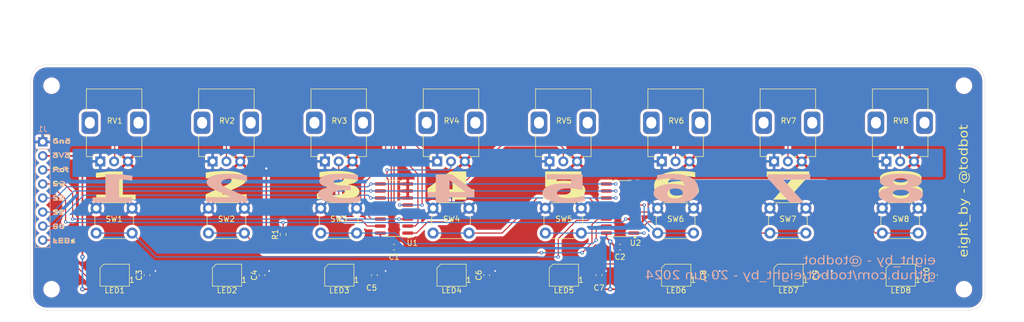
<source format=kicad_pcb>
(kicad_pcb (version 20240108) (generator "pcbnew") (generator_version "8.0")
  (layers (0 "F.Cu" signal) (31 "B.Cu" signal) (34 "B.Paste" user) (35 "F.Paste" user) (36 "B.SilkS" user "B.Silkscreen") (37 "F.SilkS" user "F.Silkscreen") (38 "B.Mask" user) (39 "F.Mask" user) (44 "Edge.Cuts" user))
  (net 0 "")
  (net 1 "/POT1")
  (net 2 "+3V3")
  (net 3 "GND")
  (net 4 "/SW1")
  (net 5 "/POT2")
  (net 6 "/POT3")
  (net 7 "/POT4")
  (net 8 "/POT5")
  (net 9 "/POT6")
  (net 10 "/POT7")
  (net 11 "/POT8")
  (net 12 "/SW2")
  (net 13 "/SW3")
  (net 14 "/SW4")
  (net 15 "/SW5")
  (net 16 "/SW6")
  (net 17 "/SW7")
  (net 18 "/SW8")
  (net 19 "/POT")
  (net 20 "/S0")
  (net 21 "/S1")
  (net 22 "/S2")
  (net 23 "/SW")
  (net 24 "/NEOPIXEL")
  (net 25 "Net-(LED1-DOUT)")
  (net 26 "Net-(LED2-DOUT)")
  (net 27 "Net-(LED3-DOUT)")
  (net 28 "Net-(LED4-DOUT)")
  (net 29 "Net-(LED5-DOUT)")
  (net 30 "Net-(LED6-DOUT)")
  (net 31 "Net-(LED7-DOUT)")
  (footprint "Button_Switch_THT:SW_PUSH_6mm_H7.3mm" (layer "F.Cu") (at 37.2825 51.38)
    (property "Reference" "SW1")
    (property "Value" "SW_Push_45deg")
  )
  (footprint "Capacitor_SMD:C_0603_1608Metric" (layer "F.Cu") (at 188.976 63.5 90)
    (property "Reference" "C10")
    (property "Value" "100n")
  )
  (footprint "Capacitor_SMD:C_0603_1608Metric" (layer "F.Cu") (at 128.27 63.5 90)
    (property "Reference" "C7")
    (property "Value" "100n")
  )
  (footprint "Potentiometer_THT:Potentiometer_Alps_RK09K_Single_Vertical" (layer "F.Cu") (at 119.3125 42.914 90)
    (property "Reference" "RV5")
    (property "Value" "R_Potentiometer")
  )
  (footprint "Button_Switch_THT:SW_PUSH_6mm_H7.3mm" (layer "F.Cu") (at 98.2425 51.38)
    (property "Reference" "SW4")
    (property "Value" "SW_Push_45deg")
  )
  (footprint "MountingHole:MountingHole_2.5mm" (layer "F.Cu") (at 194.31 66.04)
    (property "Reference" "H4" (hide yes))
    (property "Value" "MountingHole" (hide yes))
  )
  (footprint "Button_Switch_THT:SW_PUSH_6mm_H7.3mm" (layer "F.Cu") (at 57.6025 51.38)
    (property "Reference" "SW2")
    (property "Value" "SW_Push_45deg")
  )
  (footprint "LED_SMD:LED_WS2812B-Mini_PLCC4_3.5x3.5mm" (layer "F.Cu") (at 60.96 63.5 180)
    (property "Reference" "LED2")
    (property "Value" "WS2812B")
  )
  (footprint "Capacitor_SMD:C_0603_1608Metric" (layer "F.Cu") (at 67.31 63.5 90)
    (property "Reference" "C4")
    (property "Value" "100n")
  )
  (footprint "Potentiometer_THT:Potentiometer_Alps_RK09K_Single_Vertical" (layer "F.Cu") (at 180.2725 42.914 90)
    (property "Reference" "RV8")
    (property "Value" "R_Potentiometer")
  )
  (footprint "Capacitor_SMD:C_0603_1608Metric" (layer "F.Cu") (at 132.08 58.42)
    (property "Reference" "C2")
    (property "Value" "100n")
  )
  (footprint "LED_SMD:LED_WS2812B-Mini_PLCC4_3.5x3.5mm" (layer "F.Cu") (at 162.56 63.5 180)
    (property "Reference" "LED7")
    (property "Value" "WS2812B")
  )
  (footprint "Button_Switch_THT:SW_PUSH_6mm_H7.3mm" (layer "F.Cu") (at 179.5225 51.38)
    (property "Reference" "SW8")
    (property "Value" "SW_Push_45deg")
  )
  (footprint "Potentiometer_THT:Potentiometer_Alps_RK09K_Single_Vertical" (layer "F.Cu") (at 159.9525 42.914 90)
    (property "Reference" "RV7")
    (property "Value" "R_Potentiometer")
  )
  (footprint "LED_SMD:LED_WS2812B-Mini_PLCC4_3.5x3.5mm" (layer "F.Cu") (at 142.24 63.5 180)
    (property "Reference" "LED6")
    (property "Value" "WS2812B")
  )
  (footprint "Potentiometer_THT:Potentiometer_Alps_RK09K_Single_Vertical" (layer "F.Cu") (at 139.6325 42.914 90)
    (property "Reference" "RV6")
    (property "Value" "R_Potentiometer")
  )
  (footprint "Package_SO:SOIC-16_3.9x9.9mm_P1.27mm" (layer "F.Cu") (at 91.186 51.435 180)
    (property "Reference" "U1")
    (property "Value" "74HC4051")
  )
  (footprint "MountingHole:MountingHole_2.5mm" (layer "F.Cu") (at 194.31 29.21)
    (property "Reference" "H3" (hide yes))
    (property "Value" "MountingHole" (hide yes))
  )
  (footprint "Potentiometer_THT:Potentiometer_Alps_RK09K_Single_Vertical" (layer "F.Cu") (at 38.0325 42.914 90)
    (property "Reference" "RV1")
    (property "Value" "R_Potentiometer")
  )
  (footprint "Potentiometer_THT:Potentiometer_Alps_RK09K_Single_Vertical" (layer "F.Cu") (at 78.6725 42.914 90)
    (property "Reference" "RV3")
    (property "Value" "R_Potentiometer")
  )
  (footprint "LED_SMD:LED_WS2812B-Mini_PLCC4_3.5x3.5mm" (layer "F.Cu") (at 121.92 63.5 180)
    (property "Reference" "LED5")
    (property "Value" "WS2812B")
  )
  (footprint "Button_Switch_THT:SW_PUSH_6mm_H7.3mm" (layer "F.Cu") (at 77.9225 51.38)
    (property "Reference" "SW3")
    (property "Value" "SW_Push_45deg")
  )
  (footprint "Capacitor_SMD:C_0603_1608Metric" (layer "F.Cu") (at 107.95 63.5 90)
    (property "Reference" "C6")
    (property "Value" "100n")
  )
  (footprint "Capacitor_SMD:C_0603_1608Metric" (layer "F.Cu") (at 46.482 63.5 90)
    (property "Reference" "C3")
    (property "Value" "100n")
  )
  (footprint "Capacitor_SMD:C_0603_1608Metric" (layer "F.Cu") (at 168.91 63.5 90)
    (property "Reference" "C9")
    (property "Value" "100n")
  )
  (footprint "Button_Switch_THT:SW_PUSH_6mm_H7.3mm" (layer "F.Cu") (at 118.5625 51.38)
    (property "Reference" "SW5")
    (property "Value" "SW_Push_45deg")
  )
  (footprint "MountingHole:MountingHole_2.5mm" (layer "F.Cu") (at 29.21 66.04)
    (property "Reference" "H2" (hide yes))
    (property "Value" "MountingHole" (hide yes))
  )
  (footprint "Package_SO:SOIC-16_3.9x9.9mm_P1.27mm" (layer "F.Cu") (at 132.08 51.435 180)
    (property "Reference" "U2")
    (property "Value" "74HC4051")
  )
  (footprint "LED_SMD:LED_WS2812B-Mini_PLCC4_3.5x3.5mm" (layer "F.Cu") (at 182.88 63.5 180)
    (property "Reference" "LED8")
    (property "Value" "WS2812B")
  )
  (footprint "Capacitor_SMD:C_0603_1608Metric" (layer "F.Cu") (at 91.186 58.42)
    (property "Reference" "C1")
    (property "Value" "100n")
  )
  (footprint "LED_SMD:LED_WS2812B-Mini_PLCC4_3.5x3.5mm" (layer "F.Cu") (at 81.28 63.5 180)
    (property "Reference" "LED3")
    (property "Value" "WS2812B")
  )
  (footprint "Potentiometer_THT:Potentiometer_Alps_RK09K_Single_Vertical" (layer "F.Cu") (at 98.9925 42.914 90)
    (property "Reference" "RV4")
    (property "Value" "R_Potentiometer")
  )
  (footprint "Capacitor_SMD:C_0603_1608Metric" (layer "F.Cu") (at 87.63 63.5 90)
    (property "Reference" "C5")
    (property "Value" "100n")
  )
  (footprint "Potentiometer_THT:Potentiometer_Alps_RK09K_Single_Vertical" (layer "F.Cu") (at 58.3525 42.914 90)
    (property "Reference" "RV2")
    (property "Value" "R_Potentiometer")
  )
  (footprint "Button_Switch_THT:SW_PUSH_6mm_H7.3mm" (layer "F.Cu") (at 159.2025 51.38)
    (property "Reference" "SW7")
    (property "Value" "SW_Push_45deg")
  )
  (footprint "LED_SMD:LED_WS2812B-Mini_PLCC4_3.5x3.5mm" (layer "F.Cu") (at 101.6 63.5 180)
    (property "Reference" "LED4")
    (property "Value" "WS2812B")
  )
  (footprint "MountingHole:MountingHole_2.5mm" (layer "F.Cu") (at 29.21 29.21)
    (property "Reference" "H1" (hide yes))
    (property "Value" "MountingHole" (hide yes))
  )
  (footprint "Resistor_SMD:R_0603_1608Metric" (layer "F.Cu") (at 71.12 56.134 90)
    (property "Reference" "R1")
    (property "Value" "10k")
  )
  (footprint "Capacitor_SMD:C_0603_1608Metric" (layer "F.Cu") (at 148.59 63.5 90)
    (property "Reference" "C8")
    (property "Value" "100n")
  )
  (footprint "Button_Switch_THT:SW_PUSH_6mm_H7.3mm" (layer "F.Cu") (at 138.8825 51.38)
    (property "Reference" "SW6")
    (property "Value" "SW_Push_45deg")
  )
  (footprint "LED_SMD:LED_WS2812B-Mini_PLCC4_3.5x3.5mm" (layer "F.Cu") (at 40.64 63.5 180)
    (property "Reference" "LED1")
    (property "Value" "WS2812B")
  )
  (footprint "Connector_PinHeader_2.54mm:PinHeader_1x08_P2.54mm_Vertical" (layer "B.Cu") (at 27.617 39.37 180)
    (property "Reference" "J1")
    (property "Value" "Conn_01x08")
  )
  (gr_arc (start 198.12 66.85) (mid 197.24132 68.97132) (end 195.12 69.85) (stroke (width 0.05)) (layer "Edge.Cuts"))
  (gr_arc (start 25.4 28.4) (mid 26.27868 26.27868) (end 28.4 25.4) (stroke (width 0.05)) (layer "Edge.Cuts"))
  (gr_arc (start 28.4 69.85) (mid 26.27868 68.97132) (end 25.4 66.85) (stroke (width 0.05)) (layer "Edge.Cuts"))
  (gr_line (start 195.12 69.85) (end 28.4 69.85) (stroke (width 0.05)) (layer "Edge.Cuts"))
  (gr_line (start 198.12 28.4) (end 198.12 66.85) (stroke (width 0.05)) (layer "Edge.Cuts"))
  (gr_line (start 28.4 25.4) (end 195.12 25.4) (stroke (width 0.05)) (layer "Edge.Cuts"))
  (gr_arc (start 195.12 25.4) (mid 197.24132 26.27868) (end 198.12 28.4) (stroke (width 0.05)) (layer "Edge.Cuts"))
  (gr_line (start 25.4 66.85) (end 25.4 28.4) (stroke (width 0.05)) (layer "Edge.Cuts"))
  (gr_text "4" (at 101.4925 48.26 0) (layer "B.SilkS") (effects (font (size 5 10) (thickness 0.2) (bold yes)) (justify mirror)))
  (gr_text "5" (at 121.92 48.26 0) (layer "B.SilkS") (effects (font (size 5 10) (thickness 0.2) (bold yes)) (justify mirror)))
  (gr_text "3" (at 81.1725 48.26 0) (layer "B.SilkS") (effects (font (size 5 10) (thickness 0.2) (bold yes)) (justify mirror)))
  (gr_text "7" (at 162.56 48.26 0) (layer "B.SilkS") (effects (font (size 5 10) (thickness 0.2) (bold yes)) (justify mirror)))
  (gr_text "2" (at 60.8525 48.26 0) (layer "B.SilkS") (effects (font (size 5 10) (thickness 0.2) (bold yes)) (justify mirror)))
  (gr_text "8" (at 182.88 48.26 0) (layer "B.SilkS") (effects (font (size 5 10) (thickness 0.2) (bold yes)) (justify mirror)))
  (gr_text "eight_by - @todbot\ngithub.com/todbot/eight_by - 20 Jun 2024\n" (at 189.23 62.23 0) (layer "B.SilkS") (effects (font (size 1.6 1.8) (thickness 0.2)) (justify left mirror)))
  (gr_text "6" (at 142.24 48.26 0) (layer "B.SilkS") (effects (font (size 5 10) (thickness 0.2) (bold yes)) (justify mirror)))
  (gr_text "Gnd\n\n3V3\n\nPot\n\nSw\n\nS2\n\nS1\n\nS0\n\nLEDs\n" (at 29.21 48.26 0) (layer "B.SilkS") (effects (font (size 0.8 1.2) (thickness 0.2) (bold yes)) (justify right mirror)))
  (gr_text "1" (at 40.5325 48.26 0) (layer "B.SilkS") (effects (font (size 5 10) (thickness 0.2) (bold yes)) (justify mirror)))
  (gr_text "4" (at 101.4925 47.752 0) (layer "F.SilkS") (effects (font (size 5 10) (thickness 0.2) (bold yes))))
  (gr_text "1" (at 40.5325 47.752 0) (layer "F.SilkS") (effects (font (size 5 10) (thickness 0.2) (bold yes))))
  (gr_text "6" (at 142.24 47.752 0) (layer "F.SilkS") (effects (font (size 5 10) (thickness 0.2) (bold yes))))
  (gr_text "Gnd\n\n3V3\n\nPot\n\nSw\n\nS2\n\nS1\n\nS0\n\nLEDs\n" (at 29.21 48.26 0) (layer "F.SilkS") (effects (font (size 0.8 1.2) (thickness 0.2) (bold yes)) (justify left)))
  (gr_text "3" (at 81.1725 47.752 0) (layer "F.SilkS") (effects (font (size 5 10) (thickness 0.2) (bold yes))))
  (gr_text "eight_by - @todbot" (at 194.31 48.26 90) (layer "F.SilkS") (effects (font (size 1.6 1.8) (thickness 0.2))))
  (gr_text "5" (at 121.92 47.752 0) (layer "F.SilkS") (effects (font (size 5 10) (thickness 0.2) (bold yes))))
  (gr_text "7" (at 162.56 47.752 0) (layer "F.SilkS") (effects (font (size 5 10) (thickness 0.2) (bold yes))))
  (gr_text "2" (at 60.8525 47.752 0) (layer "F.SilkS") (effects (font (size 5 10) (thickness 0.2) (bold yes))))
  (gr_text "8" (at 182.88 47.752 0) (layer "F.SilkS") (effects (font (size 5 10) (thickness 0.2) (bold yes))))
  (segment (start 41.009 42.914) (end 41.275 43.18) (width 0.2) (layer "F.Cu") (net 1))
  (segment (start 90.678 51.308) (end 89.916 52.07) (width 0.2) (layer "F.Cu") (net 1))
  (segment (start 89.916 52.07) (end 88.711 52.07) (width 0.2) (layer "F.Cu") (net 1))
  (segment (start 90.678 30.988) (end 90.678 51.308) (width 0.2) (layer "F.Cu") (net 1))
  (segment (start 40.64 42.8065) (end 40.64 32.004) (width 0.2) (layer "F.Cu") (net 1))
  (segment (start 40.64 32.004) (end 44.704 27.94) (width 0.2) (layer "F.Cu") (net 1))
  (segment (start 44.704 27.94) (end 87.63 27.94) (width 0.2) (layer "F.Cu") (net 1))
  (segment (start 87.63 27.94) (end 90.678 30.988) (width 0.2) (layer "F.Cu") (net 1))
  (segment (start 40.5325 42.914) (end 40.64 42.8065) (width 0.2) (layer "F.Cu") (net 1))
  (segment (start 40.5325 42.914) (end 41.009 42.914) (width 0.2) (layer "F.Cu") (net 1))
  (segment (start 129.605 56.72) (end 130.2955 57.4105) (width 0.3) (layer "F.Cu") (net 2))
  (segment (start 123.698 66.04) (end 130.302 66.04) (width 0.3) (layer "F.Cu") (net 2))
  (segment (start 71.12 66.04) (end 83.058 66.04) (width 0.3) (layer "F.Cu") (net 2))
  (segment (start 42.418 66.04) (end 62.738 66.04) (width 0.3) (layer "F.Cu") (net 2))
  (segment (start 164.084 66.04) (end 184.404 66.04) (width 0.3) (layer "F.Cu") (net 2))
  (segment (start 188.976 64.275) (end 184.635 64.275) (width 0.3) (layer "F.Cu") (net 2))
  (segment (start 90.411 58.42) (end 72.581 58.42) (width 0.3) (layer "F.Cu") (net 2))
  (segment (start 123.675 64.275) (end 123.56 64.39) (width 0.3) (layer "F.Cu") (net 2))
  (segment (start 164.315 64.275) (end 164.2 64.39) (width 0.3) (layer "F.Cu") (net 2))
  (segment (start 62.6 65.902) (end 62.738 66.04) (width 0.3) (layer "F.Cu") (net 2))
  (segment (start 107.95 64.275) (end 103.355 64.275) (width 0.3) (layer "F.Cu") (net 2))
  (segment (start 34.798 66.04) (end 42.418 66.04) (width 0.3) (layer "F.Cu") (net 2))
  (segment (start 131.305 58.42) (end 130.2955 57.4105) (width 0.3) (layer "F.Cu") (net 2))
  (segment (start 128.27 64.275) (end 123.675 64.275) (width 0.3) (layer "F.Cu") (net 2))
  (segment (start 72.581 58.42) (end 71.12 56.959) (width 0.3) (layer "F.Cu") (net 2))
  (segment (start 143.88 64.39) (end 143.88 65.902) (width 0.3) (layer "F.Cu") (net 2))
  (segment (start 62.715 64.275) (end 62.6 64.39) (width 0.3) (layer "F.Cu") (net 2))
  (segment (start 83.035 64.275) (end 82.92 64.39) (width 0.3) (layer "F.Cu") (net 2))
  (segment (start 129.605 55.88) (end 129.605 56.72) (width 0.3) (layer "F.Cu") (net 2))
  (segment (start 83.058 66.04) (end 90.424 66.04) (width 0.3) (layer "F.Cu") (net 2))
  (segment (start 143.88 65.902) (end 144.018 66.04) (width 0.3) (layer "F.Cu") (net 2))
  (segment (start 33.782 41.91) (end 34.786 42.914) (width 0.3) (layer "F.Cu") (net 2))
  (segment (start 34.786 42.914) (end 35.294 42.914) (width 0.3) (layer "F.Cu") (net 2))
  (segment (start 103.355 64.275) (end 103.24 64.39) (width 0.3) (layer "F.Cu") (net 2))
  (segment (start 184.52 64.39) (end 184.404 64.506) (width 0.3) (layer "F.Cu") (net 2))
  (segment (start 87.63 64.275) (end 83.035 64.275) (width 0.3) (layer "F.Cu") (net 2))
  (segment (start 103.24 64.39) (end 103.378 64.528) (width 0.3) (layer "F.Cu") (net 2))
  (segment (start 88.711 57.2215) (end 88.711 55.88) (width 0.3) (layer "F.Cu") (net 2))
  (segment (start 82.92 65.902) (end 83.058 66.04) (width 0.3) (layer "F.Cu") (net 2))
  (segment (start 68.072 55.88) (end 68.072 44.196) (width 0.3) (layer "F.Cu") (net 2))
  (segment (start 123.56 64.39) (end 123.56 65.902) (width 0.3) (layer "F.Cu") (net 2))
  (segment (start 164.2 64.39) (end 164.084 64.506) (width 0.3) (layer "F.Cu") (net 2))
  (segment (start 62.6 64.39) (end 62.6 65.902) (width 0.3) (layer "F.Cu") (net 2))
  (segment (start 46.482 64.275) (end 42.395 64.275) (width 0.3) (layer "F.Cu") (net 2))
  (segment (start 103.378 64.528) (end 103.378 66.04) (width 0.3) (layer "F.Cu") (net 2))
  (segment (start 123.56 65.902) (end 123.698 66.04) (width 0.3) (layer "F.Cu") (net 2))
  (segment (start 62.738 66.04) (end 71.12 66.04) (width 0.3) (layer "F.Cu") (net 2))
  (segment (start 34.798 42.914) (end 35.294 42.914) (width 0.3) (layer "F.Cu") (net 2))
  (segment (start 82.92 64.39) (end 82.92 65.902) (width 0.3) (layer "F.Cu") (net 2))
  (segment (start 27.617 41.91) (end 33.782 41.91) (width 0.3) (layer "F.Cu") (net 2))
  (segment (start 69.151 56.959) (end 68.072 55.88) (width 0.3) (layer "F.Cu") (net 2))
  (segment (start 42.418 64.528) (end 42.418 66.04) (width 0.3) (layer "F.Cu") (net 2))
  (segment (start 130.302 66.04) (end 144.018 66.04) (width 0.3) (layer "F.Cu") (net 2))
  (segment (start 35.294 42.914) (end 38.0325 42.914) (width 0.3) (layer "F.Cu") (net 2))
  (segment (start 144.018 66.04) (end 164.084 66.04) (width 0.3) (layer "F.Cu") (net 2))
  (segment (start 89.9095 58.42) (end 88.711 57.2215) (width 0.3) (layer "F.Cu") (net 2))
  (segment (start 168.91 64.275) (end 164.315 64.275) (width 0.3) (layer "F.Cu") (net 2))
  (segment (start 42.395 64.275) (end 42.28 64.39) (width 0.3) (layer "F.Cu") (net 2))
  (segment (start 90.411 58.42) (end 89.9095 58.42) (width 0.3) (layer "F.Cu") (net 2))
  (segment (start 71.12 56.959) (end 69.151 56.959) (width 0.3) (layer "F.Cu") (net 2))
  (segment (start 164.084 64.506) (end 164.084 66.04) (width 0.3) (layer "F.Cu") (net 2))
  (segment (start 184.635 64.275) (end 184.52 64.39) (width 0.3) (layer "F.Cu") (net 2))
  (segment (start 103.378 66.04) (end 123.698 66.04) (width 0.3) (layer "F.Cu") (net 2))
  (segment (start 148.59 64.275) (end 148.475 64.39) (width 0.3) (layer "F.Cu") (net 2))
  (segment (start 42.28 64.39) (end 42.418 64.528) (width 0.3) (layer "F.Cu") (net 2))
  (segment (start 90.424 66.04) (end 103.378 66.04) (width 0.3) (layer "F.Cu") (net 2))
  (segment (start 67.31 64.275) (end 62.715 64.275) (width 0.3) (layer "F.Cu") (net 2))
  (segment (start 34.798 60.198) (end 34.798 42.914) (width 0.3) (layer "F.Cu") (net 2))
  (segment (start 148.475 64.39) (end 143.88 64.39) (width 0.3) (layer "F.Cu") (net 2))
  (segment (start 184.404 64.506) (end 184.404 66.04) (width 0.3) (layer "F.Cu") (net 2))
  (via (at 130.302 66.04) (size 0.8) (drill 0.4) (layers "F.Cu" "B.Cu") (net 2))
  (via (at 34.798 66.04) (size 0.8) (drill 0.4) (layers "F.Cu" "B.Cu") (net 2))
  (via (at 68.072 44.196) (size 0.8) (drill 0.4) (layers "F.Cu" "B.Cu") (net 2))
  (via (at 34.798 60.198) (size 0.8) (drill 0.4) (layers "F.Cu" "B.Cu") (net 2))
  (via (at 130.2955 57.4105) (size 0.8) (drill 0.4) (layers "F.Cu" "B.Cu") (net 2))
  (segment (start 130.2955 57.4105) (end 130.302 57.417) (width 0.3) (layer "B.Cu") (net 2))
  (segment (start 34.798 60.198) (end 34.798 66.04) (width 0.3) (layer "B.Cu") (net 2))
  (segment (start 130.302 57.417) (end 130.302 66.04) (width 0.3) (layer "B.Cu") (net 2))
  (segment (start 46.482 62.725) (end 47.993 62.725) (width 0.2) (layer "F.Cu") (net 3))
  (segment (start 150.101 62.725) (end 150.114 62.738) (width 0.2) (layer "F.Cu") (net 3))
  (segment (start 109.461 62.725) (end 109.474 62.738) (width 0.2) (layer "F.Cu") (net 3))
  (segment (start 129.527 62.725) (end 129.54 62.738) (width 0.2) (layer "F.Cu") (net 3))
  (segment (start 170.421 62.725) (end 170.434 62.738) (width 0.2) (layer "F.Cu") (net 3))
  (segment (start 68.567 62.725) (end 68.58 62.738) (width 0.2) (layer "F.Cu") (net 3))
  (segment (start 89.649 62.725) (end 89.662 62.738) (width 0.2) (layer "F.Cu") (net 3))
  (segment (start 87.63 62.725) (end 89.649 62.725) (width 0.2) (layer "F.Cu") (net 3))
  (segment (start 168.91 62.725) (end 170.421 62.725) (width 0.2) (layer "F.Cu") (net 3))
  (segment (start 128.27 62.725) (end 129.527 62.725) (width 0.2) (layer "F.Cu") (net 3))
  (segment (start 148.59 62.725) (end 150.101 62.725) (width 0.2) (layer "F.Cu") (net 3))
  (segment (start 47.993 62.725) (end 48.006 62.738) (width 0.2) (layer "F.Cu") (net 3))
  (segment (start 107.95 62.725) (end 109.461 62.725) (width 0.2) (layer "F.Cu") (net 3))
  (segment (start 67.31 62.725) (end 68.567 62.725) (width 0.2) (layer "F.Cu") (net 3))
  (via (at 129.54 62.738) (size 0.6) (drill 0.3) (layers "F.Cu" "B.Cu") (net 3))
  (via (at 109.474 62.738) (size 0.6) (drill 0.3) (layers "F.Cu" "B.Cu") (net 3))
  (via (at 30.48 52.07) (size 0.6) (drill 0.3) (layers "F.Cu" "B.Cu") (net 3))
  (via (at 150.114 62.738) (size 0.6) (drill 0.3) (layers "F.Cu" "B.Cu") (net 3))
  (via (at 170.434 62.738) (size 0.6) (drill 0.3) (layers "F.Cu" "B.Cu") (net 3))
  (via (at 48.006 62.738) (size 0.6) (drill 0.3) (layers "F.Cu" "B.Cu") (net 3))
  (via (at 68.58 62.738) (size 0.6) (drill 0.3) (layers "F.Cu" "B.Cu") (net 3))
  (via (at 89.662 62.738) (size 0.6) (drill 0.3) (layers "F.Cu" "B.Cu") (net 3))
  (segment (start 120.904 60.198) (end 120.904 56.896) (width 0.2) (layer "F.Cu") (net 4))
  (segment (start 120.904 56.896) (end 124.206 53.594) (width 0.2) (layer "F.Cu") (net 4))
  (segment (start 126.238 53.594) (end 127.762 52.07) (width 0.2) (layer "F.Cu") (net 4))
  (segment (start 124.206 53.594) (end 126.238 53.594) (width 0.2) (layer "F.Cu") (net 4))
  (segment (start 127.762 52.07) (end 129.605 52.07) (width 0.2) (layer "F.Cu") (net 4))
  (via (at 120.904 60.198) (size 0.6) (drill 0.3) (layers "F.Cu" "B.Cu") (net 4))
  (segment (start 43.7825 55.88) (end 48.1005 60.198) (width 0.2) (layer "B.Cu") (net 4))
  (segment (start 37.2825 55.88) (end 43.7825 55.88) (width 0.2) (layer "B.Cu") (net 4))
  (segment (start 48.1005 60.198) (end 120.65 60.198) (width 0.2) (layer "B.Cu") (net 4))
  (segment (start 120.65 60.198) (end 120.904 60.198) (width 0.2) (layer "B.Cu") (net 4))
  (segment (start 87.122 53.34) (end 88.711 53.34) (width 0.2) (layer "F.Cu") (net 5))
  (segment (start 86.614 52.832) (end 87.122 53.34) (width 0.2) (layer "F.Cu") (net 5))
  (segment (start 86.614 50.546) (end 86.614 52.832) (width 0.2) (layer "F.Cu") (net 5))
  (segment (start 87.376 29.21) (end 89.662 31.496) (width 0.2) (layer "F.Cu") (net 5))
  (segment (start 62.738 29.21) (end 87.376 29.21) (width 0.2) (layer "F.Cu") (net 5))
  (segment (start 85.852 49.784) (end 86.614 50.546) (width 0.2) (layer "F.Cu") (net 5))
  (segment (start 89.662 42.926) (end 85.852 46.736) (width 0.2) (layer "F.Cu") (net 5))
  (segment (start 89.662 31.496) (end 89.662 42.926) (width 0.2) (layer "F.Cu") (net 5))
  (segment (start 85.852 46.736) (end 85.852 49.784) (width 0.2) (layer "F.Cu") (net 5))
  (segment (start 60.8525 42.914) (end 60.8525 31.0955) (width 0.2) (layer "F.Cu") (net 5))
  (segment (start 60.8525 31.0955) (end 62.738 29.21) (width 0.2) (layer "F.Cu") (net 5))
  (segment (start 86.36 54.61) (end 88.711 54.61) (width 0.2) (layer "F.Cu") (net 6))
  (segment (start 81.1725 52.4705) (end 82.296 53.594) (width 0.2) (layer "F.Cu") (net 6))
  (segment (start 81.1725 42.914) (end 81.1725 52.4705) (width 0.2) (layer "F.Cu") (net 6))
  (segment (start 85.344 53.594) (end 86.36 54.61) (width 0.2) (layer "F.Cu") (net 6))
  (segment (start 82.296 53.594) (end 85.344 53.594) (width 0.2) (layer "F.Cu") (net 6))
  (segment (start 89.916 45.974) (end 90.17 46.228) (width 0.2) (layer "F.Cu") (net 7))
  (segment (start 90.17 46.228) (end 90.17 50.292) (width 0.2) (layer "F.Cu") (net 7))
  (segment (start 101.4925 42.914) (end 101.346 42.7675) (width 0.2) (layer "F.Cu") (net 7))
  (segment (start 89.662 50.8) (end 88.711 50.8) (width 0.2) (layer "F.Cu") (net 7))
  (segment (start 90.17 50.292) (end 89.662 50.8) (width 0.2) (layer "F.Cu") (net 7))
  (segment (start 89.916 44.45) (end 89.916 45.974) (width 0.2) (layer "F.Cu") (net 7))
  (via (at 89.916 44.45) (size 0.6) (drill 0.3) (layers "F.Cu" "B.Cu") (net 7))
  (segment (start 89.916 44.45) (end 101.092 44.45) (width 0.2) (layer "B.Cu") (net 7))
  (segment (start 101.092 44.45) (end 101.4925 44.0495) (width 0.2) (layer "B.Cu") (net 7))
  (segment (start 101.4925 44.0495) (end 101.4925 42.914) (width 0.2) (layer "B.Cu") (net 7))
  (segment (start 101.6 52.832) (end 100.584 53.848) (width 0.2) (layer "F.Cu") (net 8))
  (segment (start 121.8125 40.5325) (end 120.904 39.624) (width 0.2) (layer "F.Cu") (net 8))
  (segment (start 120.904 39.624) (end 110.998 39.624) (width 0.2) (layer "F.Cu") (net 8))
  (segment (start 121.8125 42.914) (end 121.8125 40.5325) (width 0.2) (layer "F.Cu") (net 8))
  (segment (start 101.6 49.022) (end 101.6 52.832) (width 0.2) (layer "F.Cu") (net 8))
  (segment (start 97.282 53.848) (end 95.25 55.88) (width 0.2) (layer "F.Cu") (net 8))
  (segment (start 95.25 55.88) (end 93.661 55.88) (width 0.2) (layer "F.Cu") (net 8))
  (segment (start 110.998 39.624) (end 101.6 49.022) (width 0.2) (layer "F.Cu") (net 8))
  (segment (start 100.584 53.848) (end 97.282 53.848) (width 0.2) (layer "F.Cu") (net 8))
  (segment (start 140.97 32.512) (end 96.52 32.512) (width 0.2) (layer "F.Cu") (net 9))
  (segment (start 96.266 41.148) (end 96.266 50.8) (width 0.2) (layer "F.Cu") (net 9))
  (segment (start 142.1325 33.6745) (end 140.97 32.512) (width 0.2) (layer "F.Cu") (net 9))
  (segment (start 96.52 32.512) (end 93.98 35.052) (width 0.2) (layer "F.Cu") (net 9))
  (segment (start 93.98 35.052) (end 93.98 38.862) (width 0.2) (layer "F.Cu") (net 9))
  (segment (start 93.98 38.862) (end 96.266 41.148) (width 0.2) (layer "F.Cu") (net 9))
  (segment (start 142.1325 42.914) (end 142.1325 33.6745) (width 0.2) (layer "F.Cu") (net 9))
  (segment (start 93.661 50.8) (end 92.202 50.8) (width 0.2) (layer "F.Cu") (net 9))
  (via (at 92.202 50.8) (size 0.6) (drill 0.3) (layers "F.Cu" "B.Cu") (net 9))
  (via (at 96.266 50.8) (size 0.6) (drill 0.3) (layers "F.Cu" "B.Cu") (net 9))
  (segment (start 92.202 50.8) (end 96.266 50.8) (width 0.2) (layer "B.Cu") (net 9))
  (segment (start 95.504 45.212) (end 95.504 54.102) (width 0.2) (layer "F.Cu") (net 10))
  (segment (start 95.504 54.102) (end 94.996 54.61) (width 0.2) (layer "F.Cu") (net 10))
  (segment (start 97.028 29.972) (end 93.218 33.782) (width 0.2) (layer "F.Cu") (net 10))
  (segment (start 162.4525 32.6585) (end 159.766 29.972) (width 0.2) (layer "F.Cu") (net 10))
  (segment (start 159.766 29.972) (end 97.028 29.972) (width 0.2) (layer "F.Cu") (net 10))
  (segment (start 93.218 42.926) (end 95.504 45.212) (width 0.2) (layer "F.Cu") (net 10))
  (segment (start 162.4525 42.914) (end 162.4525 32.6585) (width 0.2) (layer "F.Cu") (net 10))
  (segment (start 93.218 33.782) (end 93.218 42.926) (width 0.2) (layer "F.Cu") (net 10))
  (segment (start 94.996 54.61) (end 93.661 54.61) (width 0.2) (layer "F.Cu") (net 10))
  (segment (start 92.075 52.07) (end 93.661 52.07) (width 0.2) (layer "F.Cu") (net 11))
  (segment (start 182.7725 29.1025) (end 181.61 27.94) (width 0.2) (layer "F.Cu") (net 11))
  (segment (start 94.615 27.94) (end 91.186 31.369) (width 0.2) (layer "F.Cu") (net 11))
  (segment (start 181.61 27.94) (end 94.615 27.94) (width 0.2) (layer "F.Cu") (net 11))
  (segment (start 182.7725 42.914) (end 182.7725 29.1025) (width 0.2) (layer "F.Cu") (net 11))
  (segment (start 91.186 31.369) (end 91.186 51.181) (width 0.2) (layer "F.Cu") (net 11))
  (segment (start 91.186 51.181) (end 92.075 52.07) (width 0.2) (layer "F.Cu") (net 11))
  (segment (start 67.564 59.436) (end 64.05525 55.92725) (width 0.2) (layer "F.Cu") (net 12))
  (segment (start 127 57.658) (end 127 54.356) (width 0.2) (layer "F.Cu") (net 12))
  (segment (start 64.05525 55.92725) (end 64.1025 55.88) (width 0.2) (layer "F.Cu") (net 12))
  (segment (start 117.856 59.436) (end 67.564 59.436) (width 0.2) (layer "F.Cu") (net 12))
  (segment (start 128.016 53.34) (end 129.605 53.34) (width 0.2) (layer "F.Cu") (net 12))
  (segment (start 125.222 59.436) (end 127 57.658) (width 0.2) (layer "F.Cu") (net 12))
  (segment (start 127 54.356) (end 128.016 53.34) (width 0.2) (layer "F.Cu") (net 12))
  (via (at 117.856 59.436) (size 0.6) (drill 0.3) (layers "F.Cu" "B.Cu") (net 12))
  (via (at 125.222 59.436) (size 0.6) (drill 0.3) (layers "F.Cu" "B.Cu") (net 12))
  (segment (start 57.6025 55.88) (end 64.1025 55.88) (width 0.2) (layer "B.Cu") (net 12))
  (segment (start 117.856 59.436) (end 125.222 59.436) (width 0.2) (layer "B.Cu") (net 12))
  (segment (start 127.762 57.15) (end 127.762 55.118) (width 0.2) (layer "F.Cu") (net 13))
  (segment (start 128.27 54.61) (end 129.605 54.61) (width 0.2) (layer "F.Cu") (net 13))
  (segment (start 127.762 55.118) (end 128.27 54.61) (width 0.2) (layer "F.Cu") (net 13))
  (via (at 127.762 57.15) (size 0.6) (drill 0.3) (layers "F.Cu" "B.Cu") (net 13))
  (segment (start 91.44 55.88) (end 93.345 57.785) (width 0.2) (layer "B.Cu") (net 13))
  (segment (start 77.9225 55.88) (end 84.4225 55.88) (width 0.2) (layer "B.Cu") (net 13))
  (segment (start 127.127 57.785) (end 127.762 57.15) (width 0.2) (layer "B.Cu") (net 13))
  (segment (start 84.4225 55.88) (end 91.44 55.88) (width 0.2) (layer "B.Cu") (net 13))
  (segment (start 93.345 57.785) (end 127.127 57.785) (width 0.2) (layer "B.Cu") (net 13))
  (segment (start 126.492 49.53) (end 127.762 50.8) (width 0.2) (layer "F.Cu") (net 14))
  (segment (start 104.7425 55.88) (end 110.744 55.88) (width 0.2) (layer "F.Cu") (net 14))
  (segment (start 127.762 50.8) (end 129.605 50.8) (width 0.2) (layer "F.Cu") (net 14))
  (segment (start 110.744 55.88) (end 117.094 49.53) (width 0.2) (layer "F.Cu") (net 14))
  (segment (start 117.094 49.53) (end 126.492 49.53) (width 0.2) (layer "F.Cu") (net 14))
  (segment (start 98.2425 55.88) (end 104.7425 55.88) (width 0.2) (layer "B.Cu") (net 14))
  (segment (start 136.398 55.88) (end 134.555 55.88) (width 0.2) (layer "F.Cu") (net 15))
  (via (at 136.398 55.88) (size 0.6) (drill 0.3) (layers "F.Cu" "B.Cu") (net 15))
  (segment (start 118.5625 55.88) (end 125.0625 55.88) (width 0.2) (layer "B.Cu") (net 15))
  (segment (start 125.0625 55.88) (end 136.398 55.88) (width 0.2) (layer "B.Cu") (net 15))
  (segment (start 136.452 50.8) (end 134.555 50.8) (width 0.2) (layer "F.Cu") (net 16))
  (segment (start 138.8825 55.88) (end 138.684 55.88) (width 0.2) (layer "F.Cu") (net 16))
  (via (at 136.452 50.8) (size 0.6) (drill 0.3) (layers "F.Cu" "B.Cu") (net 16))
  (segment (start 136.452 53.4495) (end 136.452 50.8) (width 0.2) (layer "B.Cu") (net 16))
  (segment (start 138.8825 55.88) (end 136.452 53.4495) (width 0.2) (layer "B.Cu") (net 16))
  (segment (start 138.8825 55.88) (end 145.3825 55.88) (width 0.2) (layer "B.Cu") (net 16))
  (segment (start 157.226 55.88) (end 155.194 53.848) (width 0.2) (layer "F.Cu") (net 17))
  (segment (start 137.16 53.848) (end 136.398 54.61) (width 0.2) (layer "F.Cu") (net 17))
  (segment (start 159.2025 55.88) (end 157.226 55.88) (width 0.2) (layer "F.Cu") (net 17))
  (segment (start 155.194 53.848) (end 137.16 53.848) (width 0.2) (layer "F.Cu") (net 17))
  (segment (start 136.398 54.61) (end 134.555 54.61) (width 0.2) (layer "F.Cu") (net 17))
  (segment (start 159.2025 55.88) (end 165.7025 55.88) (width 0.2) (layer "B.Cu") (net 17))
  (segment (start 169.164 46.736) (end 139.192 46.736) (width 0.2) (layer "F.Cu") (net 18))
  (segment (start 139.192 46.736) (end 137.16 48.768) (width 0.2) (layer "F.Cu") (net 18))
  (segment (start 137.16 48.768) (end 137.16 52.07) (width 0.2) (layer "F.Cu") (net 18))
  (segment (start 137.16 52.07) (end 134.555 52.07) (width 0.2) (layer "F.Cu") (net 18))
  (segment (start 178.308 55.88) (end 169.164 46.736) (width 0.2) (layer "F.Cu") (net 18))
  (segment (start 179.5225 55.88) (end 178.308 55.88) (width 0.2) (layer "F.Cu") (net 18))
  (segment (start 179.5225 55.88) (end 186.0225 55.88) (width 0.2) (layer "B.Cu") (net 18))
  (segment (start 33.02 48.514) (end 28.956 44.45) (width 0.2) (layer "F.Cu") (net 19))
  (segment (start 92.075 53.34) (end 93.661 53.34) (width 0.2) (layer "F.Cu") (net 19))
  (segment (start 33.02 53.34) (end 33.02 48.514) (width 0.2) (layer "F.Cu") (net 19))
  (segment (start 28.956 44.45) (end 27.617 44.45) (width 0.2) (layer "F.Cu") (net 19))
  (via (at 92.075 53.34) (size 0.6) (drill 0.3) (layers "F.Cu" "B.Cu") (net 19))
  (via (at 33.02 53.34) (size 0.6) (drill 0.3) (layers "F.Cu" "B.Cu") (net 19))
  (segment (start 33.02 53.34) (end 92.075 53.34) (width 0.2) (layer "B.Cu") (net 19))
  (segment (start 129.605 49.53) (end 131.318 49.53) (width 0.2) (layer "F.Cu") (net 20))
  (segment (start 88.711 49.53) (end 86.995 49.53) (width 0.2) (layer "F.Cu") (net 20))
  (via (at 131.318 49.53) (size 0.6) (drill 0.3) (layers "F.Cu" "B.Cu") (net 20))
  (via (at 86.995 49.53) (size 0.6) (drill 0.3) (layers "F.Cu" "B.Cu") (net 20))
  (segment (start 86.995 49.53) (end 86.487 49.022) (width 0.2) (layer "B.Cu") (net 20))
  (segment (start 131.318 49.53) (end 86.995 49.53) (width 0.2) (layer "B.Cu") (net 20))
  (segment (start 86.487 49.022) (end 35.052 49.022) (width 0.2) (layer "B.Cu") (net 20))
  (segment (start 35.052 49.022) (end 29.464 54.61) (width 0.2) (layer "B.Cu") (net 20))
  (segment (start 29.464 54.61) (end 27.617 54.61) (width 0.2) (layer "B.Cu") (net 20))
  (segment (start 129.605 48.26) (end 131.318 48.26) (width 0.2) (layer "F.Cu") (net 21))
  (segment (start 86.995 48.26) (end 88.711 48.26) (width 0.2) (layer "F.Cu") (net 21))
  (via (at 131.318 48.26) (size 0.6) (drill 0.3) (layers "F.Cu" "B.Cu") (net 21))
  (via (at 86.995 48.26) (size 0.6) (drill 0.3) (layers "F.Cu" "B.Cu") (net 21))
  (segment (start 131.318 48.26) (end 86.995 48.26) (width 0.2) (layer "B.Cu") (net 21))
  (segment (start 86.995 48.26) (end 33.274 48.26) (width 0.2) (layer "B.Cu") (net 21))
  (segment (start 33.274 48.26) (end 29.464 52.07) (width 0.2) (layer "B.Cu") (net 21))
  (segment (start 29.464 52.07) (end 27.617 52.07) (width 0.2) (layer "B.Cu") (net 21))
  (segment (start 131.318 46.99) (end 129.605 46.99) (width 0.2) (layer "F.Cu") (net 22))
  (segment (start 88.711 46.99) (end 86.995 46.99) (width 0.2) (layer "F.Cu") (net 22))
  (via (at 86.995 46.99) (size 0.6) (drill 0.3) (layers "F.Cu" "B.Cu") (net 22))
  (via (at 131.318 46.99) (size 0.6) (drill 0.3) (layers "F.Cu" "B.Cu") (net 22))
  (segment (start 29.972 49.53) (end 27.617 49.53) (width 0.2) (layer "B.Cu") (net 22))
  (segment (start 32.004 47.498) (end 29.972 49.53) (width 0.2) (layer "B.Cu") (net 22))
  (segment (start 131.318 46.99) (end 86.995 46.99) (width 0.2) (layer "B.Cu") (net 22))
  (segment (start 86.995 46.99) (end 86.487 47.498) (width 0.2) (layer "B.Cu") (net 22))
  (segment (start 86.487 47.498) (end 32.004 47.498) (width 0.2) (layer "B.Cu") (net 22))
  (segment (start 71.12 55.309) (end 71.12 53.975) (width 0.2) (layer "F.Cu") (net 23))
  (segment (start 134.555 53.34) (end 133.096 53.34) (width 0.2) (layer "F.Cu") (net 23))
  (segment (start 28.956 46.99) (end 27.617 46.99) (width 0.2) (layer "F.Cu") (net 23))
  (segment (start 31.75 49.784) (end 28.956 46.99) (width 0.2) (layer "F.Cu") (net 23))
  (segment (start 31.75 53.848) (end 31.75 49.784) (width 0.2) (layer "F.Cu") (net 23))
  (via (at 133.096 53.34) (size 0.6) (drill 0.3) (layers "F.Cu" "B.Cu") (net 23))
  (via (at 71.12 53.975) (size 0.6) (drill 0.3) (layers "F.Cu" "B.Cu") (net 23))
  (via (at 31.75 53.848) (size 0.6) (drill 0.3) (layers "F.Cu" "B.Cu") (net 23))
  (segment (start 31.877 53.975) (end 71.12 53.975) (width 0.2) (layer "B.Cu") (net 23))
  (segment (start 132.461 53.975) (end 71.12 53.975) (width 0.2) (layer "B.Cu") (net 23))
  (segment (start 133.096 53.34) (end 132.461 53.975) (width 0.2) (layer "B.Cu") (net 23))
  (segment (start 31.75 53.848) (end 31.877 53.975) (width 0.2) (layer "B.Cu") (net 23))
  (segment (start 39 64.39) (end 36.196 64.39) (width 0.2) (layer "F.Cu") (net 24))
  (segment (start 36.196 64.39) (end 28.956 57.15) (width 0.2) (layer "F.Cu") (net 24))
  (segment (start 28.956 57.15) (end 27.617 57.15) (width 0.2) (layer "F.Cu") (net 24))
  (segment (start 56.008 64.39) (end 59.32 64.39) (width 0.2) (layer "F.Cu") (net 25))
  (segment (start 53.086 61.468) (end 56.008 64.39) (width 0.2) (layer "F.Cu") (net 25))
  (segment (start 43.816 62.61) (end 44.958 61.468) (width 0.2) (layer "F.Cu") (net 25))
  (segment (start 42.28 62.61) (end 43.816 62.61) (width 0.2) (layer "F.Cu") (net 25))
  (segment (start 44.958 61.468) (end 53.086 61.468) (width 0.2) (layer "F.Cu") (net 25))
  (segment (start 76.074 64.39) (end 79.64 64.39) (width 0.2) (layer "F.Cu") (net 26))
  (segment (start 73.406 61.722) (end 76.074 64.39) (width 0.2) (layer "F.Cu") (net 26))
  (segment (start 65.278 61.722) (end 73.406 61.722) (width 0.2) (layer "F.Cu") (net 26))
  (segment (start 64.39 62.61) (end 65.278 61.722) (width 0.2) (layer "F.Cu") (net 26))
  (segment (start 62.6 62.61) (end 64.39 62.61) (width 0.2) (layer "F.Cu") (net 26))
  (segment (start 96.648 64.39) (end 99.96 64.39) (width 0.2) (layer "F.Cu") (net 27))
  (segment (start 82.92 62.61) (end 84.456 62.61) (width 0.2) (layer "F.Cu") (net 27))
  (segment (start 84.456 62.61) (end 85.344 61.722) (width 0.2) (layer "F.Cu") (net 27))
  (segment (start 93.98 61.722) (end 96.648 64.39) (width 0.2) (layer "F.Cu") (net 27))
  (segment (start 85.344 61.722) (end 93.98 61.722) (width 0.2) (layer "F.Cu") (net 27))
  (segment (start 105.918 61.468) (end 114.046 61.468) (width 0.2) (layer "F.Cu") (net 28))
  (segment (start 104.776 62.61) (end 105.918 61.468) (width 0.2) (layer "F.Cu") (net 28))
  (segment (start 114.046 61.468) (end 116.968 64.39) (width 0.2) (layer "F.Cu") (net 28))
  (segment (start 103.24 62.61) (end 104.776 62.61) (width 0.2) (layer "F.Cu") (net 28))
  (segment (start 116.968 64.39) (end 120.28 64.39) (width 0.2) (layer "F.Cu") (net 28))
  (segment (start 134.366 61.468) (end 137.288 64.39) (width 0.2) (layer "F.Cu") (net 29))
  (segment (start 123.56 62.61) (end 124.842 62.61) (width 0.2) (layer "F.Cu") (net 29))
  (segment (start 137.288 64.39) (end 140.6 64.39) (width 0.2) (layer "F.Cu") (net 29))
  (segment (start 124.842 62.61) (end 125.984 61.468) (width 0.2) (layer "F.Cu") (net 29))
  (segment (start 125.984 61.468) (end 134.366 61.468) (width 0.2) (layer "F.Cu") (net 29))
  (segment (start 146.304 61.468) (end 154.432 61.468) (width 0.2) (layer "F.Cu") (net 30))
  (segment (start 157.354 64.39) (end 160.92 64.39) (width 0.2) (layer "F.Cu") (net 30))
  (segment (start 145.162 62.61) (end 146.304 61.468) (width 0.2) (layer "F.Cu") (net 30))
  (segment (start 143.88 62.61) (end 145.162 62.61) (width 0.2) (layer "F.Cu") (net 30))
  (segment (start 154.432 61.468) (end 157.354 64.39) (width 0.2) (layer "F.Cu") (net 30))
  (segment (start 164.2 62.61) (end 165.482 62.61) (width 0.2) (layer "F.Cu") (net 31))
  (segment (start 175.006 61.468) (end 177.928 64.39) (width 0.2) (layer "F.Cu") (net 31))
  (segment (start 166.624 61.468) (end 175.006 61.468) (width 0.2) (layer "F.Cu") (net 31))
  (segment (start 165.482 62.61) (end 166.624 61.468) (width 0.2) (layer "F.Cu") (net 31))
  (segment (start 177.928 64.39) (end 181.24 64.39) (width 0.2) (layer "F.Cu") (net 31))
  (zone (net 3) (net_name "GND") (layer "F.Cu") (connect_pads (clearance 0.5)) (min_thickness 0.25) (fill yes (thermal_gap 0.5) (thermal_bridge_width 0.5))
    (polygon (pts (xy 22.537 13.704) (xy 22.537 70.473) (xy 200.845 69.711) (xy 200.845 14.847)))
  )
  (zone (net 2) (net_name "+3V3") (layer "B.Cu") (priority 2) (connect_pads (clearance 0.5)) (min_thickness 0.25) (fill yes (thermal_gap 0.5) (thermal_bridge_width 0.5))
    (polygon (pts (xy 35.56 40.64) (xy 190.5 40.64) (xy 190.5 45.72) (xy 33.02 45.72) (xy 33.02 40.64)))
  )
  (zone (net 3) (net_name "GND") (layer "B.Cu") (priority 1) (connect_pads (clearance 0.5)) (min_thickness 0.25) (fill yes (thermal_gap 0.5) (thermal_bridge_width 0.5))
    (polygon (pts (xy 23.183829 71.997) (xy 205.174829 70.854) (xy 199.332829 18.911) (xy 19.881829 18.784)))
  )
)
</source>
